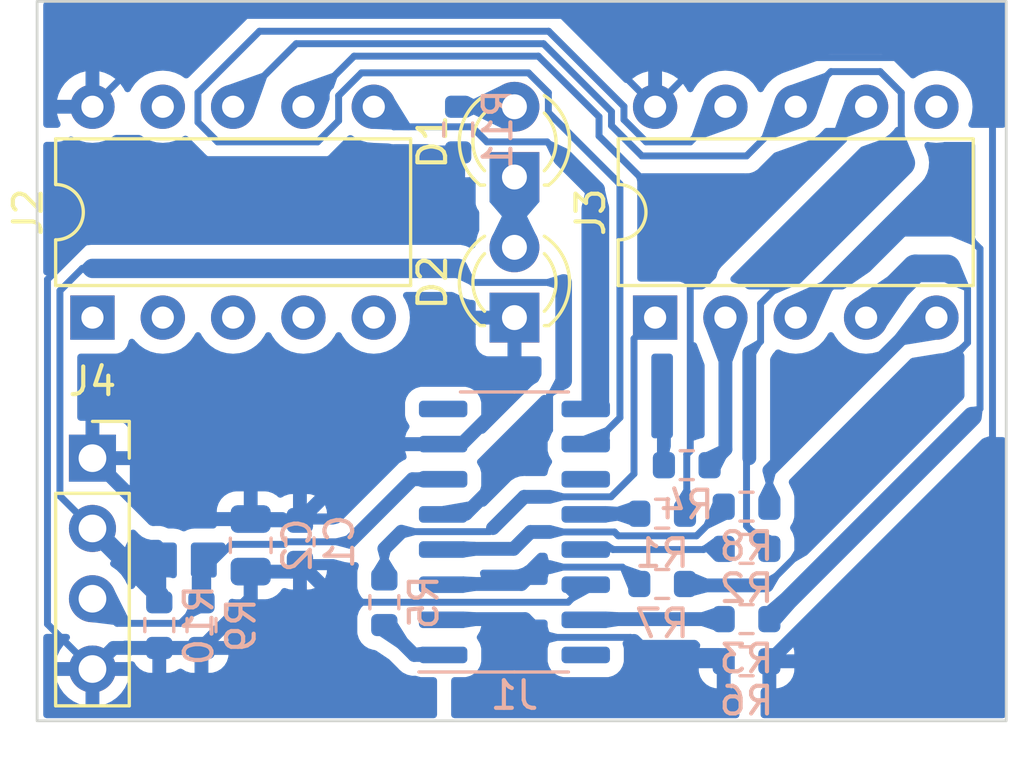
<source format=kicad_pcb>
(kicad_pcb (version 20221018) (generator pcbnew)
  (layers (0 "F.Cu" signal) (31 "B.Cu" signal) (34 "B.Paste" user) (35 "F.Paste" user) (36 "B.SilkS" user "B.Silkscreen") (37 "F.SilkS" user "F.Silkscreen") (38 "B.Mask" user) (39 "F.Mask" user) (44 "Edge.Cuts" user))
  (net 0 "")
  (net 1 "VCC")
  (net 2 "GND")
  (net 3 "Net-(D1-K)")
  (net 4 "Net-(D1-A)")
  (net 5 "/SEG_4")
  (net 6 "/SEG_5")
  (net 7 "/SEG_6")
  (net 8 "/SEG_7")
  (net 9 "/SCL")
  (net 10 "/SDA")
  (net 11 "/DIG_0")
  (net 12 "/DIG_1")
  (net 13 "/DIG_2")
  (net 14 "/DIG_3")
  (net 15 "/SEG_0")
  (net 16 "/SEG_1")
  (net 17 "/SEG_2")
  (net 18 "/SEG_3")
  (net 19 "/SEG_L_4")
  (net 20 "/SEG_L_3")
  (net 21 "/SEG_L_2")
  (net 22 "/SEG_L_6")
  (net 23 "/SEG_L_7")
  (net 24 "/SEG_L_0")
  (net 25 "/SEG_L_1")
  (net 26 "/SEG_L_5")
  (footprint "LED_THT:LED_D3.0mm" (layer "F.Cu") (at 50.8 28.448 90)
    (fp_text reference "D2" (at 1.27 -2.96 90) (layer "F.SilkS"))
    (fp_text value "LED")
    (fp_line (start -0.29 -1.236) (end -0.29 -1.08) (stroke (width 0.12)) (layer "F.SilkS"))
    (fp_line (start -0.29 1.08) (end -0.29 1.236) (stroke (width 0.12)) (layer "F.SilkS"))
    (fp_arc (start -0.29 -1.235516) (mid 1.366487 -1.987659) (end 2.942335 -1.078608) (stroke (width 0.12)) (layer "F.SilkS"))
    (fp_arc (start 0.229039 -1.08) (mid 1.270117 -1.5) (end 2.31113 -1.079837) (stroke (width 0.12)) (layer "F.SilkS"))
    (fp_arc (start 2.31113 1.079837) (mid 1.270117 1.5) (end 0.229039 1.08) (stroke (width 0.12)) (layer "F.SilkS"))
    (fp_arc (start 2.942335 1.078608) (mid 1.366487 1.987659) (end -0.29 1.235516) (stroke (width 0.12)) (layer "F.SilkS"))
    (pad "1" thru_hole rect (at 0 0 90) (size 1.8 1.8) (drill 0.9) (layers "*.Cu" "*.Mask") (net 2 "GND"))
    (pad "2" thru_hole circle (at 2.54 0 90) (size 1.8 1.8) (drill 0.9) (layers "*.Cu" "*.Mask") (net 3 "Net-(D1-K)"))
  )
  (footprint "Package_DIP:DIP-10_W7.62mm" (layer "F.Cu") (at 35.56 28.448 90)
    (fp_text reference "J2" (at 3.81 -2.33 90) (layer "F.SilkS"))
    (fp_text value "hours")
    (fp_line (start 1.16 -1.33) (end 1.16 11.49) (stroke (width 0.12)) (layer "F.SilkS"))
    (fp_line (start 1.16 11.49) (end 6.46 11.49) (stroke (width 0.12)) (layer "F.SilkS"))
    (fp_line (start 2.81 -1.33) (end 1.16 -1.33) (stroke (width 0.12)) (layer "F.SilkS"))
    (fp_line (start 6.46 -1.33) (end 4.81 -1.33) (stroke (width 0.12)) (layer "F.SilkS"))
    (fp_line (start 6.46 11.49) (end 6.46 -1.33) (stroke (width 0.12)) (layer "F.SilkS"))
    (fp_arc (start 4.81 -1.33) (mid 3.81 -0.33) (end 2.81 -1.33) (stroke (width 0.12)) (layer "F.SilkS"))
    (pad "1" thru_hole rect (at 0 0 90) (size 1.6 1.6) (drill 0.8) (layers "*.Cu" "*.Mask") (net 19 "/SEG_L_4"))
    (pad "2" thru_hole oval (at 0 2.54 90) (size 1.6 1.6) (drill 0.8) (layers "*.Cu" "*.Mask") (net 20 "/SEG_L_3"))
    (pad "3" thru_hole oval (at 0 5.08 90) (size 1.6 1.6) (drill 0.8) (layers "*.Cu" "*.Mask") (net 21 "/SEG_L_2"))
    (pad "4" thru_hole oval (at 0 7.62 90) (size 1.6 1.6) (drill 0.8) (layers "*.Cu" "*.Mask") (net 22 "/SEG_L_6"))
    (pad "5" thru_hole oval (at 0 10.16 90) (size 1.6 1.6) (drill 0.8) (layers "*.Cu" "*.Mask") (net 23 "/SEG_L_7"))
    (pad "6" thru_hole oval (at 7.62 10.16 90) (size 1.6 1.6) (drill 0.8) (layers "*.Cu" "*.Mask") (net 12 "/DIG_1"))
    (pad "7" thru_hole oval (at 7.62 7.62 90) (size 1.6 1.6) (drill 0.8) (layers "*.Cu" "*.Mask") (net 24 "/SEG_L_0"))
    (pad "8" thru_hole oval (at 7.62 5.08 90) (size 1.6 1.6) (drill 0.8) (layers "*.Cu" "*.Mask") (net 25 "/SEG_L_1"))
    (pad "9" thru_hole oval (at 7.62 2.54 90) (size 1.6 1.6) (drill 0.8) (layers "*.Cu" "*.Mask") (net 11 "/DIG_0"))
    (pad "10" thru_hole oval (at 7.62 0 90) (size 1.6 1.6) (drill 0.8) (layers "*.Cu" "*.Mask") (net 26 "/SEG_L_5"))
  )
  (footprint "Connector_PinSocket_2.54mm:PinSocket_1x04_P2.54mm_Vertical" (layer "F.Cu") (at 35.56 33.528)
    (fp_text reference "J4" (at 0 -2.77) (layer "F.SilkS"))
    (fp_text value "IIC_Conn")
    (fp_line (start -1.33 1.27) (end -1.33 8.95) (stroke (width 0.12)) (layer "F.SilkS"))
    (fp_line (start -1.33 1.27) (end 1.33 1.27) (stroke (width 0.12)) (layer "F.SilkS"))
    (fp_line (start -1.33 8.95) (end 1.33 8.95) (stroke (width 0.12)) (layer "F.SilkS"))
    (fp_line (start 0 -1.33) (end 1.33 -1.33) (stroke (width 0.12)) (layer "F.SilkS"))
    (fp_line (start 1.33 -1.33) (end 1.33 0) (stroke (width 0.12)) (layer "F.SilkS"))
    (fp_line (start 1.33 1.27) (end 1.33 8.95) (stroke (width 0.12)) (layer "F.SilkS"))
    (pad "1" thru_hole rect (at 0 0) (size 1.7 1.7) (drill 1) (layers "*.Cu" "*.Mask") (net 2 "GND"))
    (pad "2" thru_hole oval (at 0 2.54) (size 1.7 1.7) (drill 1) (layers "*.Cu" "*.Mask") (net 9 "/SCL"))
    (pad "3" thru_hole oval (at 0 5.08) (size 1.7 1.7) (drill 1) (layers "*.Cu" "*.Mask") (net 10 "/SDA"))
    (pad "4" thru_hole oval (at 0 7.62) (size 1.7 1.7) (drill 1) (layers "*.Cu" "*.Mask") (net 1 "VCC"))
  )
  (footprint "Package_DIP:DIP-10_W7.62mm" (layer "F.Cu") (at 55.88 28.448 90)
    (fp_text reference "J3" (at 3.81 -2.33 90) (layer "F.SilkS"))
    (fp_text value "minutes")
    (fp_line (start 1.16 -1.33) (end 1.16 11.49) (stroke (width 0.12)) (layer "F.SilkS"))
    (fp_line (start 1.16 11.49) (end 6.46 11.49) (stroke (width 0.12)) (layer "F.SilkS"))
    (fp_line (start 2.81 -1.33) (end 1.16 -1.33) (stroke (width 0.12)) (layer "F.SilkS"))
    (fp_line (start 6.46 -1.33) (end 4.81 -1.33) (stroke (width 0.12)) (layer "F.SilkS"))
    (fp_line (start 6.46 11.49) (end 6.46 -1.33) (stroke (width 0.12)) (layer "F.SilkS"))
    (fp_arc (start 4.81 -1.33) (mid 3.81 -0.33) (end 2.81 -1.33) (stroke (width 0.12)) (layer "F.SilkS"))
    (pad "1" thru_hole rect (at 0 0 90) (size 1.6 1.6) (drill 0.8) (layers "*.Cu" "*.Mask") (net 19 "/SEG_L_4"))
    (pad "2" thru_hole oval (at 0 2.54 90) (size 1.6 1.6) (drill 0.8) (layers "*.Cu" "*.Mask") (net 20 "/SEG_L_3"))
    (pad "3" thru_hole oval (at 0 5.08 90) (size 1.6 1.6) (drill 0.8) (layers "*.Cu" "*.Mask") (net 21 "/SEG_L_2"))
    (pad "4" thru_hole oval (at 0 7.62 90) (size 1.6 1.6) (drill 0.8) (layers "*.Cu" "*.Mask") (net 22 "/SEG_L_6"))
    (pad "5" thru_hole oval (at 0 10.16 90) (size 1.6 1.6) (drill 0.8) (layers "*.Cu" "*.Mask") (net 23 "/SEG_L_7"))
    (pad "6" thru_hole oval (at 7.62 10.16 90) (size 1.6 1.6) (drill 0.8) (layers "*.Cu" "*.Mask") (net 14 "/DIG_3"))
    (pad "7" thru_hole oval (at 7.62 7.62 90) (size 1.6 1.6) (drill 0.8) (layers "*.Cu" "*.Mask") (net 24 "/SEG_L_0"))
    (pad "8" thru_hole oval (at 7.62 5.08 90) (size 1.6 1.6) (drill 0.8) (layers "*.Cu" "*.Mask") (net 25 "/SEG_L_1"))
    (pad "9" thru_hole oval (at 7.62 2.54 90) (size 1.6 1.6) (drill 0.8) (layers "*.Cu" "*.Mask") (net 13 "/DIG_2"))
    (pad "10" thru_hole oval (at 7.62 0 90) (size 1.6 1.6) (drill 0.8) (layers "*.Cu" "*.Mask") (net 26 "/SEG_L_5"))
  )
  (footprint "LED_THT:LED_D3.0mm" (layer "F.Cu") (at 50.8 23.368 90)
    (fp_text reference "D1" (at 1.27 -2.96 90) (layer "F.SilkS"))
    (fp_text value "LED")
    (fp_line (start -0.29 -1.236) (end -0.29 -1.08) (stroke (width 0.12)) (layer "F.SilkS"))
    (fp_line (start -0.29 1.08) (end -0.29 1.236) (stroke (width 0.12)) (layer "F.SilkS"))
    (fp_arc (start -0.29 -1.235516) (mid 1.366487 -1.987659) (end 2.942335 -1.078608) (stroke (width 0.12)) (layer "F.SilkS"))
    (fp_arc (start 0.229039 -1.08) (mid 1.270117 -1.5) (end 2.31113 -1.079837) (stroke (width 0.12)) (layer "F.SilkS"))
    (fp_arc (start 2.31113 1.079837) (mid 1.270117 1.5) (end 0.229039 1.08) (stroke (width 0.12)) (layer "F.SilkS"))
    (fp_arc (start 2.942335 1.078608) (mid 1.366487 1.987659) (end -0.29 1.235516) (stroke (width 0.12)) (layer "F.SilkS"))
    (pad "1" thru_hole rect (at 0 0 90) (size 1.8 1.8) (drill 0.9) (layers "*.Cu" "*.Mask") (net 3 "Net-(D1-K)"))
    (pad "2" thru_hole circle (at 2.54 0 90) (size 1.8 1.8) (drill 0.9) (layers "*.Cu" "*.Mask") (net 4 "Net-(D1-A)"))
  )
  (footprint "Resistor_SMD:R_0603_1608Metric" (layer "B.Cu") (at 56.134 38.074853)
    (fp_text reference "R7" (at 0 1.43) (layer "B.SilkS") (effects (justify mirror)))
    (fp_text value "330")
    (fp_line (start -0.237258 -0.5225) (end 0.237258 -0.5225) (stroke (width 0.12)) (layer "B.SilkS"))
    (fp_line (start -0.237258 0.5225) (end 0.237258 0.5225) (stroke (width 0.12)) (layer "B.SilkS"))
    (pad "1" smd roundrect (at -0.825 0) (size 0.8 0.95) (layers "B.Cu" "B.Paste" "B.Mask") (net 7 "/SEG_6"))
    (pad "2" smd roundrect (at 0.825 0) (size 0.8 0.95) (layers "B.Cu" "B.Paste" "B.Mask") (net 22 "/SEG_L_6"))
  )
  (footprint "Package_SO:SO-16_3.9x9.9mm_P1.27mm" (layer "B.Cu") (at 50.8 36.195)
    (fp_text reference "J1" (at 0 5.9) (layer "B.SilkS") (effects (justify mirror)))
    (fp_text value "ch422")
    (fp_line (start 0 -5.06) (end -1.95 -5.06) (stroke (width 0.12)) (layer "B.SilkS"))
    (fp_line (start 0 -5.06) (end 1.95 -5.06) (stroke (width 0.12)) (layer "B.SilkS"))
    (fp_line (start 0 5.06) (end -3.45 5.06) (stroke (width 0.12)) (layer "B.SilkS"))
    (fp_line (start 0 5.06) (end 1.95 5.06) (stroke (width 0.12)) (layer "B.SilkS"))
    (pad "1" smd roundrect (at -2.575 4.445) (size 1.75 0.6) (layers "B.Cu" "B.Paste" "B.Mask") (net 5 "/SEG_4"))
    (pad "2" smd roundrect (at -2.575 3.175) (size 1.75 0.6) (layers "B.Cu" "B.Paste" "B.Mask") (net 6 "/SEG_5"))
    (pad "3" smd roundrect (at -2.575 1.905) (size 1.75 0.6) (layers "B.Cu" "B.Paste" "B.Mask") (net 7 "/SEG_6"))
    (pad "4" smd roundrect (at -2.575 0.635) (size 1.75 0.6) (layers "B.Cu" "B.Paste" "B.Mask") (net 8 "/SEG_7"))
    (pad "5" smd roundrect (at -2.575 -0.635) (size 1.75 0.6) (layers "B.Cu" "B.Paste" "B.Mask") (net 9 "/SCL"))
    (pad "6" smd roundrect (at -2.575 -1.905) (size 1.75 0.6) (layers "B.Cu" "B.Paste" "B.Mask") (net 10 "/SDA"))
    (pad "7" smd roundrect (at -2.575 -3.175) (size 1.75 0.6) (layers "B.Cu" "B.Paste" "B.Mask") (net 2 "GND"))
    (pad "8" smd roundrect (at -2.575 -4.445) (size 1.75 0.6) (layers "B.Cu" "B.Paste" "B.Mask") (net 11 "/DIG_0"))
    (pad "9" smd roundrect (at 2.575 -4.445) (size 1.75 0.6) (layers "B.Cu" "B.Paste" "B.Mask") (net 12 "/DIG_1"))
    (pad "10" smd roundrect (at 2.575 -3.175) (size 1.75 0.6) (layers "B.Cu" "B.Paste" "B.Mask") (net 13 "/DIG_2"))
    (pad "11" smd roundrect (at 2.575 -1.905) (size 1.75 0.6) (layers "B.Cu" "B.Paste" "B.Mask") (net 14 "/DIG_3"))
    (pad "12" smd roundrect (at 2.575 -0.635) (size 1.75 0.6) (layers "B.Cu" "B.Paste" "B.Mask") (net 15 "/SEG_0"))
    (pad "13" smd roundrect (at 2.575 0.635) (size 1.75 0.6) (layers "B.Cu" "B.Paste" "B.Mask") (net 16 "/SEG_1"))
    (pad "14" smd roundrect (at 2.575 1.905) (size 1.75 0.6) (layers "B.Cu" "B.Paste" "B.Mask") (net 1 "VCC"))
    (pad "15" smd roundrect (at 2.575 3.175) (size 1.75 0.6) (layers "B.Cu" "B.Paste" "B.Mask") (net 17 "/SEG_2"))
    (pad "16" smd roundrect (at 2.575 4.445) (size 1.75 0.6) (layers "B.Cu" "B.Paste" "B.Mask") (net 18 "/SEG_3"))
  )
  (footprint "Resistor_SMD:R_0603_1608Metric" (layer "B.Cu") (at 48.768 21.653 90)
    (fp_text reference "R11" (at 0 1.43 90) (layer "B.SilkS") (effects (justify mirror)))
    (fp_text value "1k")
    (fp_line (start -0.237258 -0.5225) (end 0.237258 -0.5225) (stroke (width 0.12)) (layer "B.SilkS"))
    (fp_line (start -0.237258 0.5225) (end 0.237258 0.5225) (stroke (width 0.12)) (layer "B.SilkS"))
    (pad "1" smd roundrect (at -0.825 0 90) (size 0.8 0.95) (layers "B.Cu" "B.Paste" "B.Mask") (net 1 "VCC"))
    (pad "2" smd roundrect (at 0.825 0 90) (size 0.8 0.95) (layers "B.Cu" "B.Paste" "B.Mask") (net 4 "Net-(D1-A)"))
  )
  (footprint "Resistor_SMD:R_0603_1608Metric" (layer "B.Cu") (at 59.182 40.868853)
    (fp_text reference "R6" (at 0 1.43) (layer "B.SilkS") (effects (justify mirror)))
    (fp_text value "330")
    (fp_line (start -0.237258 -0.5225) (end 0.237258 -0.5225) (stroke (width 0.12)) (layer "B.SilkS"))
    (fp_line (start -0.237258 0.5225) (end 0.237258 0.5225) (stroke (width 0.12)) (layer "B.SilkS"))
    (pad "1" smd roundrect (at -0.825 0) (size 0.8 0.95) (layers "B.Cu" "B.Paste" "B.Mask") (net 6 "/SEG_5"))
    (pad "2" smd roundrect (at 0.825 0) (size 0.8 0.95) (layers "B.Cu" "B.Paste" "B.Mask") (net 26 "/SEG_L_5"))
  )
  (footprint "Resistor_SMD:R_0603_1608Metric" (layer "B.Cu") (at 46.101 38.735 90)
    (fp_text reference "R5" (at 0 1.43 90) (layer "B.SilkS") (effects (justify mirror)))
    (fp_text value "330")
    (fp_line (start -0.237258 -0.5225) (end 0.237258 -0.5225) (stroke (width 0.12)) (layer "B.SilkS"))
    (fp_line (start -0.237258 0.5225) (end 0.237258 0.5225) (stroke (width 0.12)) (layer "B.SilkS"))
    (pad "1" smd roundrect (at -0.825 0 90) (size 0.8 0.95) (layers "B.Cu" "B.Paste" "B.Mask") (net 5 "/SEG_4"))
    (pad "2" smd roundrect (at 0.825 0 90) (size 0.8 0.95) (layers "B.Cu" "B.Paste" "B.Mask") (net 19 "/SEG_L_4"))
  )
  (footprint "Capacitor_SMD:C_0603_1608Metric" (layer "B.Cu") (at 43.053 36.550853 90)
    (fp_text reference "C1" (at 0 1.43 90) (layer "B.SilkS") (effects (justify mirror)))
    (fp_text value "100n")
    (fp_line (start -0.14058 -0.51) (end 0.14058 -0.51) (stroke (width 0.12)) (layer "B.SilkS"))
    (fp_line (start -0.14058 0.51) (end 0.14058 0.51) (stroke (width 0.12)) (layer "B.SilkS"))
    (pad "1" smd roundrect (at -0.775 0 90) (size 0.9 0.95) (layers "B.Cu" "B.Paste" "B.Mask") (net 1 "VCC"))
    (pad "2" smd roundrect (at 0.775 0 90) (size 0.9 0.95) (layers "B.Cu" "B.Paste" "B.Mask") (net 2 "GND"))
  )
  (footprint "Resistor_SMD:R_0603_1608Metric" (layer "B.Cu") (at 59.182 36.804853)
    (fp_text reference "R2" (at 0 1.43) (layer "B.SilkS") (effects (justify mirror)))
    (fp_text value "330")
    (fp_line (start -0.237258 -0.5225) (end 0.237258 -0.5225) (stroke (width 0.12)) (layer "B.SilkS"))
    (fp_line (start -0.237258 0.5225) (end 0.237258 0.5225) (stroke (width 0.12)) (layer "B.SilkS"))
    (pad "1" smd roundrect (at -0.825 0) (size 0.8 0.95) (layers "B.Cu" "B.Paste" "B.Mask") (net 16 "/SEG_1"))
    (pad "2" smd roundrect (at 0.825 0) (size 0.8 0.95) (layers "B.Cu" "B.Paste" "B.Mask") (net 25 "/SEG_L_1"))
  )
  (footprint "Capacitor_SMD:C_0805_2012Metric" (layer "B.Cu") (at 41.275 36.677853 90)
    (fp_text reference "C2" (at 0 1.68 90) (layer "B.SilkS") (effects (justify mirror)))
    (fp_text value "1u")
    (fp_line (start -0.261252 -0.735) (end 0.261252 -0.735) (stroke (width 0.12)) (layer "B.SilkS"))
    (fp_line (start -0.261252 0.735) (end 0.261252 0.735) (stroke (width 0.12)) (layer "B.SilkS"))
    (pad "1" smd roundrect (at -0.95 0 90) (size 1 1.45) (layers "B.Cu" "B.Paste" "B.Mask") (net 1 "VCC"))
    (pad "2" smd roundrect (at 0.95 0 90) (size 1 1.45) (layers "B.Cu" "B.Paste" "B.Mask") (net 2 "GND"))
  )
  (footprint "Resistor_SMD:R_0603_1608Metric" (layer "B.Cu") (at 56.134 35.534853)
    (fp_text reference "R1" (at 0 1.43) (layer "B.SilkS") (effects (justify mirror)))
    (fp_text value "330")
    (fp_line (start -0.237258 -0.5225) (end 0.237258 -0.5225) (stroke (width 0.12)) (layer "B.SilkS"))
    (fp_line (start -0.237258 0.5225) (end 0.237258 0.5225) (stroke (width 0.12)) (layer "B.SilkS"))
    (pad "1" smd roundrect (at -0.825 0) (size 0.8 0.95) (layers "B.Cu" "B.Paste" "B.Mask") (net 15 "/SEG_0"))
    (pad "2" smd roundrect (at 0.825 0) (size 0.8 0.95) (layers "B.Cu" "B.Paste" "B.Mask") (net 24 "/SEG_L_0"))
  )
  (footprint "Resistor_SMD:R_0603_1608Metric" (layer "B.Cu") (at 57.023 33.782)
    (fp_text reference "R4" (at 0 1.43) (layer "B.SilkS") (effects (justify mirror)))
    (fp_text value "330")
    (fp_line (start -0.237258 -0.5225) (end 0.237258 -0.5225) (stroke (width 0.12)) (layer "B.SilkS"))
    (fp_line (start -0.237258 0.5225) (end 0.237258 0.5225) (stroke (width 0.12)) (layer "B.SilkS"))
    (pad "1" smd roundrect (at -0.825 0) (size 0.8 0.95) (layers "B.Cu" "B.Paste" "B.Mask") (net 18 "/SEG_3"))
    (pad "2" smd roundrect (at 0.825 0) (size 0.8 0.95) (layers "B.Cu" "B.Paste" "B.Mask") (net 20 "/SEG_L_3"))
  )
  (footprint "Resistor_SMD:R_0603_1608Metric" (layer "B.Cu") (at 59.182 35.280853)
    (fp_text reference "R8" (at 0 1.43) (layer "B.SilkS") (effects (justify mirror)))
    (fp_text value "330")
    (fp_line (start -0.237258 -0.5225) (end 0.237258 -0.5225) (stroke (width 0.12)) (layer "B.SilkS"))
    (fp_line (start -0.237258 0.5225) (end 0.237258 0.5225) (stroke (width 0.12)) (layer "B.SilkS"))
    (pad "1" smd roundrect (at -0.825 0) (size 0.8 0.95) (layers "B.Cu" "B.Paste" "B.Mask") (net 8 "/SEG_7"))
    (pad "2" smd roundrect (at 0.825 0) (size 0.8 0.95) (layers "B.Cu" "B.Paste" "B.Mask") (net 23 "/SEG_L_7"))
  )
  (footprint "Resistor_SMD:R_0603_1608Metric" (layer "B.Cu") (at 37.973 39.561 90)
    (fp_text reference "R10" (at 0 1.43 90) (layer "B.SilkS") (effects (justify mirror)))
    (fp_text value "10K")
    (fp_line (start -0.237258 -0.5225) (end 0.237258 -0.5225) (stroke (width 0.12)) (layer "B.SilkS"))
    (fp_line (start -0.237258 0.5225) (end 0.237258 0.5225) (stroke (width 0.12)) (layer "B.SilkS"))
    (pad "1" smd roundrect (at -0.825 0 90) (size 0.8 0.95) (layers "B.Cu" "B.Paste" "B.Mask") (net 1 "VCC"))
    (pad "2" smd roundrect (at 0.825 0 90) (size 0.8 0.95) (layers "B.Cu" "B.Paste" "B.Mask") (net 9 "/SCL"))
  )
  (footprint "Resistor_SMD:R_0603_1608Metric" (layer "B.Cu") (at 39.497 39.561 90)
    (fp_text reference "R9" (at 0 1.43 90) (layer "B.SilkS") (effects (justify mirror)))
    (fp_text value "10K")
    (fp_line (start -0.237258 -0.5225) (end 0.237258 -0.5225) (stroke (width 0.12)) (layer "B.SilkS"))
    (fp_line (start -0.237258 0.5225) (end 0.237258 0.5225) (stroke (width 0.12)) (layer "B.SilkS"))
    (pad "1" smd roundrect (at -0.825 0 90) (size 0.8 0.95) (layers "B.Cu" "B.Paste" "B.Mask") (net 1 "VCC"))
    (pad "2" smd roundrect (at 0.825 0 90) (size 0.8 0.95) (layers "B.Cu" "B.Paste" "B.Mask") (net 10 "/SDA"))
  )
  (footprint "Resistor_SMD:R_0603_1608Metric" (layer "B.Cu") (at 59.182 39.344853)
    (fp_text reference "R3" (at 0 1.43) (layer "B.SilkS") (effects (justify mirror)))
    (fp_text value "330")
    (fp_line (start -0.237258 -0.5225) (end 0.237258 -0.5225) (stroke (width 0.12)) (layer "B.SilkS"))
    (fp_line (start -0.237258 0.5225) (end 0.237258 0.5225) (stroke (width 0.12)) (layer "B.SilkS"))
    (pad "1" smd roundrect (at -0.825 0) (size 0.8 0.95) (layers "B.Cu" "B.Paste" "B.Mask") (net 17 "/SEG_2"))
    (pad "2" smd roundrect (at 0.825 0) (size 0.8 0.95) (layers "B.Cu" "B.Paste" "B.Mask") (net 21 "/SEG_L_2"))
  )
  (gr_rect (start 33.56 17.02) (end 68.56 43.02) (stroke (width 0.1)) (fill none) (layer "Edge.Cuts"))
  (segment (start 41.275 37.627853) (end 42.751 37.627853) (width 0.5) (layer "B.Cu") (net 1))
  (segment (start 44.462147 38.735) (end 43.053 37.325853) (width 0.5) (layer "B.Cu") (net 1))
  (segment (start 52.74 38.735) (end 44.462147 38.735) (width 0.25) (layer "B.Cu") (net 1))
  (segment (start 33.935 27.068604) (end 33.935 39.523) (width 0.25) (layer "B.Cu") (net 1))
  (segment (start 36.322 40.386) (end 35.56 41.148) (width 0.5) (layer "B.Cu") (net 1))
  (segment (start 53.375 38.1) (end 52.74 38.735) (width 0.25) (layer "B.Cu") (net 1))
  (segment (start 41.275 38.608) (end 41.275 37.627853) (width 0.5) (layer "B.Cu") (net 1))
  (segment (start 33.935 39.523) (end 35.56 41.148) (width 0.25) (layer "B.Cu") (net 1))
  (segment (start 42.751 37.627853) (end 43.053 37.325853) (width 0.5) (layer "B.Cu") (net 1))
  (segment (start 37.889604 23.114) (end 33.935 27.068604) (width 0.25) (layer "B.Cu") (net 1))
  (segment (start 48.132 23.114) (end 37.889604 23.114) (width 1) (layer "B.Cu") (net 1))
  (segment (start 37.973 40.386) (end 36.322 40.386) (width 0.5) (layer "B.Cu") (net 1))
  (segment (start 48.768 22.478) (end 48.132 23.114) (width 0.25) (layer "B.Cu") (net 1))
  (segment (start 39.497 40.386) (end 37.973 40.386) (width 0.5) (layer "B.Cu") (net 1))
  (segment (start 39.497 40.386) (end 41.275 38.608) (width 0.5) (layer "B.Cu") (net 1))
  (segment (start 48.225 33.02) (end 48.895 33.02) (width 0.5) (layer "B.Cu") (net 2))
  (segment (start 37.759853 35.727853) (end 35.56 33.528) (width 0.5) (layer "B.Cu") (net 2))
  (segment (start 41.323 35.775853) (end 41.275 35.727853) (width 0.25) (layer "B.Cu") (net 2))
  (segment (start 43.053 35.775853) (end 45.808853 33.02) (width 0.5) (layer "B.Cu") (net 2))
  (segment (start 41.275 35.727853) (end 37.759853 35.727853) (width 0.5) (layer "B.Cu") (net 2))
  (segment (start 50.8 30.696604) (end 50.8 28.448) (width 0.5) (layer "B.Cu") (net 2))
  (segment (start 50.8 31.115) (end 50.8 30.696604) (width 0.5) (layer "B.Cu") (net 2))
  (segment (start 48.895 33.02) (end 50.8 31.115) (width 0.5) (layer "B.Cu") (net 2))
  (segment (start 43.053 35.775853) (end 41.323 35.775853) (width 0.5) (layer "B.Cu") (net 2))
  (segment (start 45.808853 33.02) (end 47.923102 33.02) (width 0.5) (layer "B.Cu") (net 2))
  (segment (start 50.8 25.908) (end 50.8 23.368) (width 0.25) (layer "B.Cu") (net 3))
  (segment (start 50.8 20.828) (end 48.768 20.828) (width 0.25) (layer "B.Cu") (net 4))
  (segment (start 47.181 40.64) (end 46.101 39.56) (width 0.5) (layer "B.Cu") (net 5))
  (segment (start 48.225 40.64) (end 47.181 40.64) (width 0.5) (layer "B.Cu") (net 5))
  (segment (start 55.626 40.64) (end 58.201609 40.64) (width 0.5) (layer "B.Cu") (net 6))
  (segment (start 54.991 40.005) (end 55.118 40.132) (width 0.25) (layer "B.Cu") (net 6))
  (segment (start 51.182396 39.344853) (end 51.842543 40.005) (width 0.5) (layer "B.Cu") (net 6))
  (segment (start 55.118 40.132) (end 55.626 40.64) (width 0.5) (layer "B.Cu") (net 6))
  (segment (start 51.842543 40.005) (end 54.991 40.005) (width 0.25) (layer "B.Cu") (net 6))
  (segment (start 58.201609 40.64) (end 58.357 40.795391) (width 0.5) (layer "B.Cu") (net 6))
  (segment (start 48.317 39.344853) (end 51.182396 39.344853) (width 0.5) (layer "B.Cu") (net 6))
  (segment (start 51.663853 37.465) (end 52.07 37.465) (width 0.5) (layer "B.Cu") (net 7))
  (segment (start 51.054 38.074853) (end 51.663853 37.465) (width 0.5) (layer "B.Cu") (net 7))
  (segment (start 54.699147 37.465) (end 55.309 38.074853) (width 0.25) (layer "B.Cu") (net 7))
  (segment (start 48.317 38.074853) (end 51.054 38.074853) (width 0.5) (layer "B.Cu") (net 7))
  (segment (start 52.07 37.465) (end 54.699147 37.465) (width 0.25) (layer "B.Cu") (net 7))
  (segment (start 48.317 36.804853) (end 50.768469 36.804853) (width 0.5) (layer "B.Cu") (net 8))
  (segment (start 52.07 36.195) (end 54.411947 36.195) (width 0.25) (layer "B.Cu") (net 8))
  (segment (start 57.376462 36.334853) (end 58.357 35.354315) (width 0.25) (layer "B.Cu") (net 8))
  (segment (start 54.411947 36.195) (end 54.5518 36.334853) (width 0.25) (layer "B.Cu") (net 8))
  (segment (start 54.5518 36.334853) (end 57.376462 36.334853) (width 0.25) (layer "B.Cu") (net 8))
  (segment (start 51.378322 36.195) (end 52.07 36.195) (width 0.5) (layer "B.Cu") (net 8))
  (segment (start 50.768469 36.804853) (end 51.378322 36.195) (width 0.5) (layer "B.Cu") (net 8))
  (segment (start 37.973 38.736) (end 37.973 38.481) (width 0.7) (layer "B.Cu") (net 9))
  (segment (start 49.047147 35.534853) (end 51.816 32.766002) (width 0.5) (layer "B.Cu") (net 9))
  (segment (start 52.578 27.178) (end 52.578 30.734) (width 0.6) (layer "B.Cu") (net 9))
  (segment (start 48.768 26.67) (end 49.276 27.178) (width 0.25) (layer "B.Cu") (net 9))
  (segment (start 37.973 38.481) (end 35.56 36.068) (width 0.7) (layer "B.Cu") (net 9))
  (segment (start 35.56 36.068) (end 34.385 34.893) (width 0.25) (layer "B.Cu") (net 9))
  (segment (start 48.793147 35.534853) (end 49.047147 35.534853) (width 0.5) (layer "B.Cu") (net 9))
  (segment (start 34.385 27.477) (end 35.192 26.67) (width 0.25) (layer "B.Cu") (net 9))
  (segment (start 35.192 26.67) (end 35.56 26.67) (width 0.25) (layer "B.Cu") (net 9))
  (segment (start 52.07 32.512002) (end 51.816 32.766002) (width 0.25) (layer "B.Cu") (net 9))
  (segment (start 52.578 30.734) (end 52.07 31.242) (width 0.25) (layer "B.Cu") (net 9))
  (segment (start 34.385 34.893) (end 34.385 27.477) (width 0.25) (layer "B.Cu") (net 9))
  (segment (start 52.07 31.242) (end 52.07 32.512002) (width 0.25) (layer "B.Cu") (net 9))
  (segment (start 49.276 27.178) (end 52.578 27.178) (width 0.25) (layer "B.Cu") (net 9))
  (segment (start 35.56 26.67) (end 48.768 26.67) (width 0.7) (layer "B.Cu") (net 9))
  (segment (start 40.573982 36.642018) (end 42.484018 36.642018) (width 0.25) (layer "B.Cu") (net 10))
  (segment (start 39.497 37.86768) (end 39.497 37.719) (width 0.25) (layer "B.Cu") (net 10))
  (segment (start 47.117 34.29) (end 48.225 34.29) (width 0.5) (layer "B.Cu") (net 10))
  (segment (start 42.575183 36.550853) (end 44.856147 36.550853) (width 0.25) (layer "B.Cu") (net 10))
  (segment (start 42.484018 36.642018) (end 42.575183 36.550853) (width 0.25) (layer "B.Cu") (net 10))
  (segment (start 36.449 39.497) (end 35.56 38.608) (width 0.25) (layer "B.Cu") (net 10))
  (segment (start 39.497 38.736) (end 38.736 39.497) (width 0.25) (layer "B.Cu") (net 10))
  (segment (start 38.736 39.497) (end 36.449 39.497) (width 0.25) (layer "B.Cu") (net 10))
  (segment (start 39.497 37.719) (end 40.573982 36.642018) (width 0.25) (layer "B.Cu") (net 10))
  (segment (start 44.856147 36.550853) (end 47.117 34.29) (width 0.5) (layer "B.Cu") (net 10))
  (segment (start 39.497 38.736) (end 39.497 37.86768) (width 0.7) (layer "B.Cu") (net 10))
  (segment (start 53.721 24.511) (end 53.721 23.839) (width 0.7) (layer "B.Cu") (net 12))
  (segment (start 49.260462 21.553) (end 49.805462 22.098) (width 0.25) (layer "B.Cu") (net 12))
  (segment (start 49.805462 22.098) (end 51.98 22.098) (width 0.25) (layer "B.Cu") (net 12))
  (segment (start 45.72 20.828) (end 46.445 21.553) (width 0.25) (layer "B.Cu") (net 12))
  (segment (start 53.721 24.511) (end 53.721 31.496) (width 1) (layer "B.Cu") (net 12))
  (segment (start 53.375 31.724853) (end 53.603853 31.496) (width 0.25) (layer "B.Cu") (net 12))
  (segment (start 51.98 22.098) (end 52.533 22.651) (width 0.25) (layer "B.Cu") (net 12))
  (segment (start 53.603853 31.496) (end 53.721 31.496) (width 0.25) (layer "B.Cu") (net 12))
  (segment (start 46.445 21.553) (end 49.260462 21.553) (width 0.25) (layer "B.Cu") (net 12))
  (segment (start 53.721 23.839) (end 52.533 22.651) (width 0.7) (layer "B.Cu") (net 12))
  (segment (start 39.37 21.3868) (end 39.37 20.32) (width 0.25) (layer "B.Cu") (net 13))
  (segment (start 57.15 22.098) (end 58.42 20.828) (width 0.25) (layer "B.Cu") (net 13))
  (segment (start 54.755 21.293991) (end 55.559009 22.098) (width 0.25) (layer "B.Cu") (net 13))
  (segment (start 41.5908 18.0992) (end 52.036392 18.0992) (width 0.25) (layer "B.Cu") (net 13))
  (segment (start 54.61 23.622) (end 52.025 21.037) (width 0.25) (layer "B.Cu") (net 13))
  (segment (start 43.688 22.098) (end 40.0812 22.098) (width 0.25) (layer "B.Cu") (net 13))
  (segment (start 51.307412 19.603) (end 45.276 19.603) (width 0.25) (layer "B.Cu") (net 13))
  (segment (start 44.45 20.429) (end 44.45 21.336) (width 0.25) (layer "B.Cu") (net 13))
  (segment (start 55.559009 22.098) (end 57.15 22.098) (width 0.25) (layer "B.Cu") (net 13))
  (segment (start 53.651751 33.02) (end 54.61 32.061751) (width 0.25) (layer "B.Cu") (net 13))
  (segment (start 45.276 19.603) (end 44.45 20.429) (width 0.25) (layer "B.Cu") (net 13))
  (segment (start 40.0812 22.098) (end 39.37 21.3868) (width 0.25) (layer "B.Cu") (net 13))
  (segment (start 53.375 33.02) (end 53.651751 33.02) (width 0.25) (layer "B.Cu") (net 13))
  (segment (start 52.036392 18.0992) (end 54.755 20.817808) (width 0.25) (layer "B.Cu") (net 13))
  (segment (start 54.755 20.817808) (end 54.755 21.293991) (width 0.25) (layer "B.Cu") (net 13))
  (segment (start 52.025 21.037) (end 52.025 20.320588) (width 0.25) (layer "B.Cu") (net 13))
  (segment (start 52.025 20.320588) (end 51.307412 19.603) (width 0.25) (layer "B.Cu") (net 13))
  (segment (start 44.45 21.336) (end 43.688 22.098) (width 0.25) (layer "B.Cu") (net 13))
  (segment (start 39.37 20.32) (end 41.5908 18.0992) (width 0.25) (layer "B.Cu") (net 13))
  (segment (start 54.61 32.061751) (end 54.61 23.622) (width 0.25) (layer "B.Cu") (net 13))
  (segment (start 53.375 35.534853) (end 55.309 35.534853) (width 0.5) (layer "B.Cu") (net 15))
  (segment (start 57.658 36.804853) (end 58.357 36.804853) (width 0.25) (layer "B.Cu") (net 16))
  (segment (start 57.632853 36.83) (end 57.658 36.804853) (width 0.25) (layer "B.Cu") (net 16))
  (segment (start 54.330853 36.804853) (end 54.356 36.83) (width 0.25) (layer "B.Cu") (net 16))
  (segment (start 54.356 36.83) (end 57.632853 36.83) (width 0.25) (layer "B.Cu") (net 16))
  (segment (start 53.375 36.804853) (end 54.330853 36.804853) (width 0.25) (layer "B.Cu") (net 16))
  (segment (start 53.375 39.344853) (end 58.357 39.344853) (width 0.5) (layer "B.Cu") (net 17))
  (segment (start 52.07 34.925) (end 54.286751 34.925) (width 0.25) (layer "B.Cu") (net 19))
  (segment (start 46.717125 36.185) (end 49.893249 36.185) (width 0.25) (layer "B.Cu") (net 19))
  (segment (start 49.893249 36.185) (end 50.024124 36.054124) (width 0.25) (layer "B.Cu") (net 19))
  (segment (start 55.118 34.093751) (end 55.118 29.21) (width 0.25) (layer "B.Cu") (net 19))
  (segment (start 50.024124 36.054124) (end 51.153249 34.925) (width 0.5) (layer "B.Cu") (net 19))
  (segment (start 54.286751 34.925) (end 55.118 34.093751) (width 0.25) (layer "B.Cu") (net 19))
  (segment (start 51.153249 34.925) (end 52.07 34.925) (width 0.5) (layer "B.Cu") (net 19))
  (segment (start 46.101 36.801125) (end 46.717125 36.185) (width 0.5) (layer "B.Cu") (net 19))
  (segment (start 46.101 37.91) (end 46.101 36.801125) (width 0.25) (layer "B.Cu") (net 19))
  (segment (start 55.118 29.21) (end 55.88 28.448) (width 0.25) (layer "B.Cu") (net 19))
  (segment (start 58.42 28.448) (end 58.42 33.21) (width 0.5) (layer "B.Cu") (net 20))
  (segment (start 58.42 33.21) (end 57.848 33.782) (width 0.5) (layer "B.Cu") (net 20))
  (segment (start 64.389 25.019) (end 60.96 28.448) (width 0.5) (layer "B.Cu") (net 21))
  (segment (start 67.615 31.736853) (end 67.615 25.959) (width 0.25) (layer "B.Cu") (net 21))
  (segment (start 66.675 25.019) (end 64.897 25.019) (width 1) (layer "B.Cu") (net 21))
  (segment (start 60.007 39.344853) (end 67.328927 32.022927) (width 0.7) (layer "B.Cu") (net 21))
  (segment (start 67.328927 32.022927) (end 67.615 31.736853) (width 0.25) (layer "B.Cu") (net 21))
  (segment (start 67.615 25.959) (end 66.675 25.019) (width 0.25) (layer "B.Cu") (net 21))
  (segment (start 64.897 25.019) (end 64.389 25.019) (width 0.5) (layer "B.Cu") (net 21))
  (segment (start 66.421 26.67) (end 67.165 27.414) (width 0.25) (layer "B.Cu") (net 22))
  (segment (start 65.278 26.67) (end 63.5 28.448) (width 1) (layer "B.Cu") (net 22))
  (segment (start 66.802 31.242) (end 66.802 29.8704) (width 0.5) (layer "B.Cu") (net 22))
  (segment (start 59.918147 38.125853) (end 61.214 36.83) (width 0.25) (layer "B.Cu") (net 22))
  (segment (start 66.421 26.67) (end 65.278 26.67) (width 1) (layer "B.Cu") (net 22))
  (segment (start 67.165 29.355) (end 66.802 29.718) (width 0.25) (layer "B.Cu") (net 22))
  (segment (start 61.214 36.83) (end 66.802 31.242) (width 0.5) (layer "B.Cu") (net 22))
  (segment (start 57.01 38.125853) (end 59.918147 38.125853) (width 0.5) (layer "B.Cu") (net 22))
  (segment (start 66.802 29.718) (end 66.802 29.8704) (width 0.3) (layer "B.Cu") (net 22))
  (segment (start 67.165 27.414) (end 67.165 29.355) (width 0.25) (layer "B.Cu") (net 22))
  (segment (start 60.007 35.280853) (end 60.007 33.971604) (width 0.25) (layer "B.Cu") (net 23))
  (segment (start 60.007 33.971604) (end 65.530604 28.448) (width 0.5) (layer "B.Cu") (net 23))
  (segment (start 57.15 33.262538) (end 57.15 27.178) (width 0.25) (layer "B.Cu") (net 24))
  (segment (start 57.15 27.178) (end 61.925 22.403) (width 0.25) (layer "B.Cu") (net 24))
  (segment (start 51.6636 18.9992) (end 53.855 21.1906) (width 0.25) (layer "B.Cu") (net 24))
  (segment (start 60.96 23.368) (end 61.925 22.403) (width 0.25) (layer "B.Cu") (net 24))
  (segment (start 55.337108 23.368) (end 60.96 23.368) (width 0.25) (layer "B.Cu") (net 24))
  (segment (start 53.855 21.1906) (end 53.855 21.885892) (width 0.25) (layer "B.Cu") (net 24))
  (segment (start 61.925 22.403) (end 63.5 20.828) (width 0.25) (layer "B.Cu") (net 24))
  (segment (start 53.855 21.885892) (end 55.337108 23.368) (width 0.25) (layer "B.Cu") (net 24))
  (segment (start 45.0088 18.9992) (end 51.6636 18.9992) (width 0.25) (layer "B.Cu") (net 24))
  (segment (start 57.023 33.389538) (end 57.15 33.262538) (width 0.25) (layer "B.Cu") (net 24))
  (segment (start 57.023 35.470853) (end 57.023 33.389538) (width 0.25) (layer "B.Cu") (net 24))
  (segment (start 43.18 20.828) (end 45.0088 18.9992) (width 0.25) (layer "B.Cu") (net 24))
  (segment (start 51.849996 18.5492) (end 54.305 21.004204) (width 0.25) (layer "B.Cu") (net 25))
  (segment (start 64.008 19.558) (end 62.23 19.558) (width 0.25) (layer "B.Cu") (net 25))
  (segment (start 60.007 36.804853) (end 59.182 35.979853) (width 0.25) (layer "B.Cu") (net 25))
  (segment (start 62.23 19.558) (end 60.96 20.828) (width 0.25) (layer "B.Cu") (net 25))
  (segment (start 64.77 20.32) (end 64.008 19.558) (width 0.25) (layer "B.Cu") (net 25))
  (segment (start 59.182 35.979853) (end 59.182 33.628) (width 0.25) (layer "B.Cu") (net 25))
  (segment (start 59.69 29.31) (end 59.69 27.94) (width 0.25) (layer "B.Cu") (net 25))
  (segment (start 59.282 33.528) (end 59.282 29.718) (width 0.5) (layer "B.Cu") (net 25))
  (segment (start 59.282 29.718) (end 59.69 29.31) (width 0.25) (layer "B.Cu") (net 25))
  (segment (start 64.77 22.86) (end 64.77 20.32) (width 0.25) (layer "B.Cu") (net 25))
  (segment (start 54.305 21.509693) (end 55.401307 22.606) (width 0.25) (layer "B.Cu") (net 25))
  (segment (start 42.9188 18.5492) (end 51.849996 18.5492) (width 0.25) (layer "B.Cu") (net 25))
  (segment (start 59.182 33.628) (end 59.282 33.528) (width 0.25) (layer "B.Cu") (net 25))
  (segment (start 55.401307 22.606) (end 59.182 22.606) (width 0.25) (layer "B.Cu") (net 25))
  (segment (start 59.69 27.94) (end 60.833 26.797) (width 0.25) (layer "B.Cu") (net 25))
  (segment (start 64.77 22.86) (end 60.833 26.797) (width 1) (layer "B.Cu") (net 25))
  (segment (start 59.182 22.606) (end 60.96 20.828) (width 0.25) (layer "B.Cu") (net 25))
  (segment (start 40.64 20.828) (end 42.9188 18.5492) (width 0.25) (layer "B.Cu") (net 25))
  (segment (start 54.305 21.004204) (end 54.305 21.509693) (width 0.25) (layer "B.Cu") (net 25))
  (segment (start 68.065 20.567) (end 66.548 19.05) (width 0.25) (layer "B.Cu") (net 26))
  (segment (start 68.065 32.810853) (end 68.065 20.567) (width 0.25) (layer "B.Cu") (net 26))
  (segment (start 60.007 40.868853) (end 67.836927 33.038927) (width 0.5) (layer "B.Cu") (net 26))
  (segment (start 66.548 19.05) (end 57.658 19.05) (width 0.25) (layer "B.Cu") (net 26))
  (segment (start 38.862 17.526) (end 35.56 20.828) (width 0.25) (layer "B.Cu") (net 26))
  (segment (start 57.658 19.05) (end 55.88 20.828) (width 0.25) (layer "B.Cu") (net 26))
  (segment (start 55.88 20.828) (end 52.578 17.526) (width 0.25) (layer "B.Cu") (net 26))
  (segment (start 67.836927 33.038927) (end 68.065 32.810853) (width 0.25) (layer "B.Cu") (net 26))
  (segment (start 52.578 17.526) (end 38.862 17.526) (width 0.25) (layer "B.Cu") (net 26))
  (zone (net 6) (net_name "/SEG_5") (layer "B.Cu") (priority 1) (connect_pads (clearance 0.5)) (min_thickness 0.25) (fill yes (thermal_gap 0.5) (thermal_bridge_width 0.5))
    (polygon (pts (xy 48.514 38.608) (xy 48.514 42.926) (xy 58.928 42.926) (xy 58.928 40.386) (xy 57.658 40.386) (xy 56.896 39.624) (xy 52.324 39.624) (xy 51.308 38.608)))
  )
  (zone (net 24) (net_name "/SEG_L_0") (layer "B.Cu") (priority 12) (connect_pads (clearance 0.5)) (min_thickness 0.25) (fill yes (thermal_gap 0.5) (thermal_bridge_width 0.5))
    (polygon (pts (xy 54.864 27.432) (xy 57.658 27.432) (xy 63.5 21.59) (xy 60.452 21.59) (xy 59.436 22.86) (xy 54.864 22.86)))
  )
  (zone (net 26) (net_name "/SEG_L_5") (layer "B.Cu") (priority 2) (connect_pads (clearance 0.5)) (min_thickness 0.25) (fill yes (thermal_gap 0.5) (thermal_bridge_width 0.5))
    (polygon (pts (xy 59.69 42.926) (xy 59.69 40.386) (xy 60.198 40.386) (xy 67.818 32.766) (xy 68.58 32.766) (xy 68.58 42.926)))
  )
  (zone (net 9) (net_name "/SCL") (layer "B.Cu") (priority 6) (connect_pads (clearance 0.5)) (min_thickness 0.25) (fill yes (thermal_gap 0.5) (thermal_bridge_width 0.5))
    (polygon (pts (xy 38.608 39.116) (xy 37.084 39.116) (xy 34.29 36.322) (xy 34.29 33.02) (xy 38.1 36.576) (xy 38.608 36.576)))
  )
  (zone (net 10) (net_name "/SDA") (layer "B.Cu") (priority 5) (connect_pads (clearance 0.5)) (min_thickness 0.25) (fill yes (thermal_gap 0.5) (thermal_bridge_width 0.5))
    (polygon (pts (xy 38.862 39.37) (xy 39.878 39.37) (xy 40.132 39.116) (xy 40.132 37.084) (xy 40.64 36.576) (xy 38.862 36.576)))
  )
  (zone (net 1) (net_name "VCC") (layer "B.Cu") (connect_pads (clearance 0.5)) (min_thickness 0.25) (fill yes (thermal_gap 0.5) (thermal_bridge_width 0.5))
    (polygon (pts (xy 33.782 42.926) (xy 48.006 42.926) (xy 48.006 38.608) (xy 45.466 38.608) (xy 45.466 36.83) (xy 40.64 36.83) (xy 39.878 37.592) (xy 39.878 38.862) (xy 38.862 39.878) (xy 33.782 39.878)))
  )
  (zone (net 18) (net_name "/SEG_3") (layer "B.Cu") (priority 8) (connect_pads (clearance 0.5)) (min_thickness 0.25) (fill yes (thermal_gap 0.5) (thermal_bridge_width 0.5))
    (polygon (pts (xy 55.798 34.257) (xy 56.598 34.257) (xy 56.896 32.258) (xy 56.896 29.718) (xy 55.626 29.718) (xy 55.626 33.02)))
  )
  (zone (net 1) (net_name "VCC") (layer "B.Cu") (priority 15) (connect_pads (clearance 0.5)) (min_thickness 0.25) (fill yes (thermal_gap 0.5) (thermal_bridge_width 0.5))
    (polygon (pts (xy 33.782 26.924) (xy 33.782 21.844) (xy 48.26 21.844) (xy 49.53 23.114) (xy 49.53 26.162) (xy 35.052 26.162) (xy 34.29 26.924)))
  )
  (zone (net 23) (net_name "/SEG_L_7") (layer "B.Cu") (priority 7) (connect_pads (clearance 0.5)) (min_thickness 0.25) (fill yes (thermal_gap 0.5) (thermal_bridge_width 0.5) (island_removal_mode 1) (island_area_min 10))
    (polygon (pts (xy 59.944 34.036) (xy 65.532 28.448) (xy 59.944 28.448)))
  )
  (zone (net 26) (net_name "/SEG_L_5") (layer "B.Cu") (priority 16) (connect_pads (clearance 0.5)) (min_thickness 0.25) (fill yes (thermal_gap 0.5) (thermal_bridge_width 0.5))
    (polygon (pts (xy 33.782 21.59) (xy 68.58 21.59) (xy 68.58 17.018) (xy 33.782 17.018)))
  )
  (zone (net 21) (net_name "/SEG_L_2") (layer "B.Cu") (priority 14) (connect_pads (clearance 0.5)) (min_thickness 0.25) (fill yes (thermal_gap 0.5) (thermal_bridge_width 0.5))
    (polygon (pts (xy 61.468 27.432) (xy 65.278 23.622) (xy 65.278 22.098) (xy 67.564 22.098) (xy 67.564 25.908) (xy 67.056 25.4) (xy 65.024 25.4) (xy 62.992 27.432)))
  )
  (zone (net 9) (net_name "/SCL") (layer "B.Cu") (priority 11) (connect_pads (clearance 0.5)) (min_thickness 0.25) (fill yes (thermal_gap 0.5) (thermal_bridge_width 0.5))
    (polygon (pts (xy 49.276 36.068) (xy 50.8 34.544) (xy 52.324 34.544) (xy 52.324 31.242) (xy 51.816 31.242) (xy 49.276 33.782)))
  )
  (zone (net 7) (net_name "/SEG_6") (layer "B.Cu") (priority 10) (connect_pads (clearance 0.5)) (min_thickness 0.25) (fill yes (thermal_gap 0.5) (thermal_bridge_width 0.5))
    (polygon (pts (xy 49.276 37.338) (xy 49.276 38.354) (xy 52.07 38.354) (xy 52.07 36.576) (xy 51.562 36.576) (xy 50.8 37.338)))
  )
  (zone (net 24) (net_name "/SEG_L_0") (layer "B.Cu") (priority 9) (connect_pads (clearance 0.5)) (min_thickness 0.25) (fill yes (thermal_gap 0.5) (thermal_bridge_width 0.5))
    (polygon (pts (xy 57.15 33.02) (xy 57.912 33.02) (xy 57.912 29.464) (xy 57.15 28.702)))
  )
  (zone (net 22) (net_name "/SEG_L_6") (layer "B.Cu") (priority 3) (connect_pads (clearance 0.5)) (min_thickness 0.25) (fill yes (thermal_gap 0.5) (thermal_bridge_width 0.5))
    (polygon (pts (xy 60.706 37.338) (xy 67.056 31.242) (xy 67.056 28.956) (xy 65.532 28.956) (xy 60.706 33.782)))
  )
  (zone (net 2) (net_name "GND") (layer "B.Cu") (priority 4) (connect_pads (clearance 0.5)) (min_thickness 0.25) (fill yes (thermal_gap 0.5) (thermal_bridge_width 0.5))
    (polygon (pts (xy 34.798 32.766) (xy 34.798 27.432) (xy 46.736 27.432) (xy 51.816 27.432) (xy 51.816 30.988) (xy 49.276 33.528) (xy 47.244 33.528) (xy 44.45 36.322) (xy 38.354 36.322)))
  )
  (zone (net 25) (net_name "/SEG_L_1") (layer "B.Cu") (priority 13) (connect_pads (clearance 0.5)) (min_thickness 0.25) (fill yes (thermal_gap 0.5) (thermal_bridge_width 0.5))
    (polygon (pts (xy 58.166 27.432) (xy 60.706 27.432) (xy 64.77 23.368) (xy 64.77 20.828) (xy 58.166 27.432) (xy 58.166 27.432)))
  )
)
</source>
